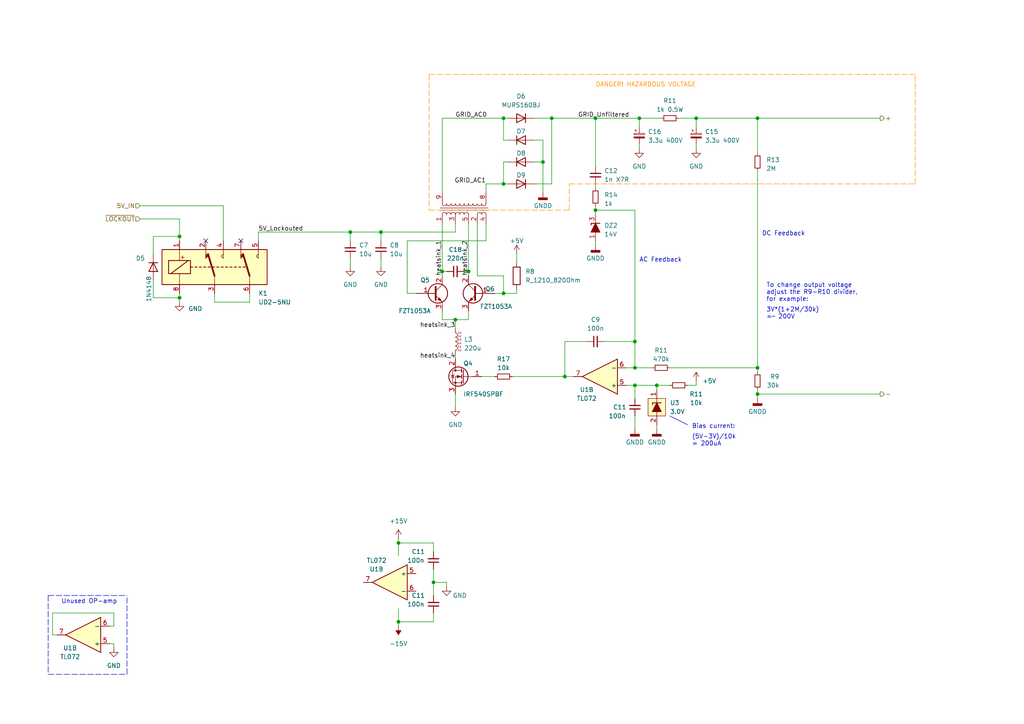
<source format=kicad_sch>
(kicad_sch (version 20230121) (generator eeschema)
  (paper "A4")
  (title_block (title "EuroMeasure Ion Gauge Controller") (date "2024-01-20") (rev "1.1.0"))
  (lib_symbols
    (symbol "Device:C_Small" (pin_numbers hide) (pin_names (offset 0.254) hide)
      (property "Reference" "C" (at 0.254 1.778 0))
      (property "Value" "C_Small" (at 0.254 -2.032 0))
      (symbol "C_Small_0_1"
        (polyline (pts (xy -1.524 -0.508) (xy 1.524 -0.508)) (stroke (width 0.3302)))
        (polyline (pts (xy -1.524 0.508) (xy 1.524 0.508)) (stroke (width 0.3048)))
      )
      (symbol "C_Small_1_1"
        (pin passive line (at 0 2.54 270) (length 2.032) (name "~") (number "1"))
        (pin passive line (at 0 -2.54 90) (length 2.032) (name "~") (number "2"))
      )
    )
    (symbol "Device:Q_NPN_BCE" (pin_names (offset 0) hide)
      (property "Reference" "Q" (at 5.08 1.27 0))
      (property "Value" "Q_NPN_BCE" (at 5.08 -1.27 0))
      (symbol "Q_NPN_BCE_0_1"
        (polyline (pts (xy 0.635 0.635) (xy 2.54 2.54)))
        (polyline (pts (xy 0.635 -0.635) (xy 2.54 -2.54) (xy 2.54 -2.54)))
        (polyline (pts (xy 0.635 1.905) (xy 0.635 -1.905) (xy 0.635 -1.905)) (stroke (width 0.508)))
        (polyline (pts (xy 1.27 -1.778) (xy 1.778 -1.27) (xy 2.286 -2.286) (xy 1.27 -1.778) (xy 1.27 -1.778)) (fill (type outline)))
        (circle (center 1.27 0) (radius 2.8194) (stroke (width 0.254)))
      )
      (symbol "Q_NPN_BCE_1_1"
        (pin input line (at -5.08 0 0) (length 5.715) (name "B") (number "1"))
        (pin passive line (at 2.54 5.08 270) (length 2.54) (name "C") (number "2"))
        (pin passive line (at 2.54 -5.08 90) (length 2.54) (name "E") (number "3"))
      )
    )
    (symbol "Device:R_Small" (pin_numbers hide) (pin_names (offset 0.254) hide)
      (property "Reference" "R" (at 0.762 0.508 0))
      (property "Value" "R_Small" (at 0.762 -1.016 0))
      (symbol "R_Small_0_1"
        (rectangle (start -0.762 1.778) (end 0.762 -1.778) (stroke (width 0.2032)))
      )
      (symbol "R_Small_1_1"
        (pin passive line (at 0 2.54 270) (length 0.762) (name "~") (number "1"))
        (pin passive line (at 0 -2.54 90) (length 0.762) (name "~") (number "2"))
      )
    )
    (symbol "MEMS_Discrete-semiconductor:D_1N4148WS-SOD323" (pin_numbers hide) (pin_names (offset 1.016) hide)
      (property "Reference" "D" (at 0 2.54 0))
      (property "Value" "1N4148" (at 0 -2.54 0))
      (symbol "D_1N4148WS-SOD323_0_1"
        (polyline (pts (xy -1.27 1.27) (xy -1.27 -1.27)) (stroke (width 0.254)))
        (polyline (pts (xy 1.27 0) (xy -1.27 0)))
        (polyline (pts (xy 1.27 1.27) (xy 1.27 -1.27) (xy -1.27 0) (xy 1.27 1.27)) (stroke (width 0.254)))
      )
      (symbol "D_1N4148WS-SOD323_1_1"
        (pin passive line (at -3.81 0 0) (length 2.54) (name "K") (number "1"))
        (pin passive line (at 3.81 0 180) (length 2.54) (name "A") (number "2"))
      )
    )
    (symbol "MEMS_Discrete-semiconductor:D_MURS160-13-F" (pin_numbers hide) (pin_names (offset 1.016) hide)
      (property "Reference" "D1" (at 0 5.08 0))
      (property "Value" "D_MURS160BJ" (at 0 2.54 0))
      (symbol "D_MURS160-13-F_0_1"
        (polyline (pts (xy -1.27 1.27) (xy -1.27 -1.27)) (stroke (width 0.254)))
        (polyline (pts (xy 1.27 0) (xy -1.27 0)))
        (polyline (pts (xy 1.27 1.27) (xy 1.27 -1.27) (xy -1.27 0) (xy 1.27 1.27)) (stroke (width 0.254)))
      )
      (symbol "D_MURS160-13-F_1_1"
        (pin passive line (at -3.81 0 0) (length 2.54) (name "K") (number "1"))
        (pin passive line (at 3.81 0 180) (length 2.54) (name "A") (number "2"))
      )
    )
    (symbol "MEMS_Discrete-semiconductor:D_Zener_14V_MMBZ5244BLT1G_SOT23" (pin_names (offset 1.016) hide)
      (property "Reference" "DZ" (at 0 5.08 0))
      (property "Value" "14V" (at 0 2.54 0))
      (symbol "D_Zener_14V_MMBZ5244BLT1G_SOT23_0_1"
        (polyline (pts (xy -1.27 0) (xy 1.27 0)))
        (polyline (pts (xy 1.27 -1.27) (xy 1.27 1.27)) (stroke (width 0.254)))
        (polyline (pts (xy 1.27 1.27) (xy 0.762 1.27)) (stroke (width 0.254)))
        (polyline (pts (xy -1.27 1.27) (xy -1.27 -1.27) (xy 1.27 0) (xy -1.27 1.27)) (stroke (width 0.254)) (fill (type outline)))
      )
      (symbol "D_Zener_14V_MMBZ5244BLT1G_SOT23_1_1"
        (pin passive line (at -3.81 0 0) (length 2.54) (name "A") (number "1"))
        (pin passive line (at -3.81 0 0) (length 2.54) hide (name "A") (number "2"))
        (pin passive line (at 3.81 0 180) (length 2.54) (name "K") (number "3"))
      )
    )
    (symbol "MEMS_Discrete-semiconductor:Q_IRF540SP" (pin_names hide)
      (property "Reference" "Q6" (at -6.35 0.635 0))
      (property "Value" "IRF540SPBF" (at -12.065 -3.175 0))
      (symbol "Q_IRF540SP_0_1"
        (polyline (pts (xy 0.254 0) (xy -2.54 0)))
        (polyline (pts (xy 0.254 1.905) (xy 0.254 -1.905)) (stroke (width 0.254)))
        (polyline (pts (xy 0.762 -1.27) (xy 0.762 -2.286)) (stroke (width 0.254)))
        (polyline (pts (xy 0.762 0.508) (xy 0.762 -0.508)) (stroke (width 0.254)))
        (polyline (pts (xy 0.762 2.286) (xy 0.762 1.27)) (stroke (width 0.254)))
        (polyline (pts (xy 2.54 2.54) (xy 2.54 1.778)))
        (polyline (pts (xy 2.54 -2.54) (xy 2.54 0) (xy 0.762 0)))
        (polyline (pts (xy 0.762 -1.778) (xy 3.302 -1.778) (xy 3.302 1.778) (xy 0.762 1.778)))
        (polyline (pts (xy 1.016 0) (xy 2.032 0.381) (xy 2.032 -0.381) (xy 1.016 0)) (fill (type outline)))
        (polyline (pts (xy 2.794 0.508) (xy 2.921 0.381) (xy 3.683 0.381) (xy 3.81 0.254)))
        (polyline (pts (xy 3.302 0.381) (xy 2.921 -0.254) (xy 3.683 -0.254) (xy 3.302 0.381)))
        (circle (center 1.651 0) (radius 2.794) (stroke (width 0.254)))
        (circle (center 2.54 -1.778) (radius 0.254) (fill (type outline)))
        (circle (center 2.54 1.778) (radius 0.254) (fill (type outline)))
      )
      (symbol "Q_IRF540SP_1_1"
        (pin input line (at -5.08 0 0) (length 2.54) (name "G") (number "1"))
        (pin passive line (at 2.54 5.08 270) (length 2.54) (name "D") (number "2"))
        (pin passive line (at 2.54 -5.08 90) (length 2.54) (name "S") (number "3"))
      )
    )
    (symbol "MEMS_Electromechanical:UD2-5NU_relay_smd"
      (property "Reference" "K" (at 15.24 8.89 0))
      (property "Value" "UD2-5NU" (at 19.05 6.35 0))
      (symbol "UD2-5NU_relay_smd_1_1"
        (rectangle (start -15.24 5.08) (end 15.24 -5.08) (stroke (width 0.254)) (fill (type background)))
        (rectangle (start -13.335 1.905) (end -6.985 -1.905) (stroke (width 0.254)))
        (polyline (pts (xy -12.7 -1.905) (xy -7.62 1.905)) (stroke (width 0.254)))
        (polyline (pts (xy -10.16 -5.08) (xy -10.16 -1.905)))
        (polyline (pts (xy -10.16 5.08) (xy -10.16 1.905)))
        (polyline (pts (xy -6.985 0) (xy -6.35 0)) (stroke (width 0.254)))
        (polyline (pts (xy -5.715 0) (xy -5.08 0)) (stroke (width 0.254)))
        (polyline (pts (xy -4.445 0) (xy -3.81 0)) (stroke (width 0.254)))
        (polyline (pts (xy -3.175 0) (xy -2.54 0)) (stroke (width 0.254)))
        (polyline (pts (xy -1.905 0) (xy -1.27 0)) (stroke (width 0.254)))
        (polyline (pts (xy -0.635 0) (xy 0 0)) (stroke (width 0.254)))
        (polyline (pts (xy 0 -2.54) (xy -1.905 3.81)) (stroke (width 0.508)))
        (polyline (pts (xy 0 -2.54) (xy 0 -5.08)))
        (polyline (pts (xy 0.635 0) (xy 1.27 0)) (stroke (width 0.254)))
        (polyline (pts (xy 1.905 0) (xy 2.54 0)) (stroke (width 0.254)))
        (polyline (pts (xy 3.175 0) (xy 3.81 0)) (stroke (width 0.254)))
        (polyline (pts (xy 4.445 0) (xy 5.08 0)) (stroke (width 0.254)))
        (polyline (pts (xy 5.715 0) (xy 6.35 0)) (stroke (width 0.254)))
        (polyline (pts (xy 6.985 0) (xy 7.62 0)) (stroke (width 0.254)))
        (polyline (pts (xy 8.255 0) (xy 8.89 0)) (stroke (width 0.254)))
        (polyline (pts (xy 10.16 -2.54) (xy 8.255 3.81)) (stroke (width 0.508)))
        (polyline (pts (xy 10.16 -2.54) (xy 10.16 -5.08)))
        (polyline (pts (xy -2.54 5.08) (xy -2.54 2.54) (xy -1.905 3.175) (xy -2.54 3.81)) (fill (type outline)))
        (polyline (pts (xy 2.54 5.08) (xy 2.54 2.54) (xy 1.905 3.175) (xy 2.54 3.81)))
        (polyline (pts (xy 7.62 5.08) (xy 7.62 2.54) (xy 8.255 3.175) (xy 7.62 3.81)) (fill (type outline)))
        (polyline (pts (xy 12.7 5.08) (xy 12.7 2.54) (xy 12.065 3.175) (xy 12.7 3.81)))
        (text "+" (at -9.271 2.921 0) (effects (font (size 1.27 1.27))))
        (pin passive line (at -10.16 7.62 270) (length 2.54) (name "~") (number "1"))
        (pin passive line (at -2.54 7.62 270) (length 2.54) (name "~") (number "2"))
        (pin passive line (at 0 -7.62 90) (length 2.54) (name "~") (number "3"))
        (pin passive line (at 2.54 7.62 270) (length 2.54) (name "~") (number "4"))
        (pin passive line (at 12.7 7.62 270) (length 2.54) (name "~") (number "5"))
        (pin passive line (at 10.16 -7.62 90) (length 2.54) (name "~") (number "6"))
        (pin passive line (at 7.62 7.62 270) (length 2.54) (name "~") (number "7"))
        (pin passive line (at -10.16 -7.62 90) (length 2.54) (name "~") (number "8"))
      )
    )
    (symbol "MEMS_IC:LM4040-3.0" (pin_names (offset 1.016) hide)
      (property "Reference" "U" (at -5.08 5.08 0))
      (property "Value" "3.0V" (at 2.54 5.08 0))
      (symbol "LM4040-3.0_0_1"
        (polyline (pts (xy -1.27 2.54) (xy -1.27 2.032)) (stroke (width 0.254)))
        (polyline (pts (xy 0 0) (xy 0 2.54)))
        (polyline (pts (xy 1.27 2.54) (xy -1.27 2.54)) (stroke (width 0.254)))
        (polyline (pts (xy -1.27 0) (xy 1.27 0) (xy 0 2.54) (xy -1.27 0)) (stroke (width 0.254)) (fill (type outline)))
      )
      (symbol "LM4040-3.0_1_1"
        (rectangle (start -2.54 3.81) (end 2.54 -1.27) (fill (type background)))
        (polyline (pts (xy 0 -1.27) (xy 0 0)))
        (polyline (pts (xy 0 3.81) (xy 0 2.54)))
        (pin passive line (at 0 6.35 270) (length 2.54) (name "K") (number "1"))
        (pin passive line (at 0 -3.81 90) (length 2.54) (name "A") (number "2"))
        (pin no_connect line (at 2.54 -1.27 180) (length 2.54) hide (name "") (number "3"))
      )
    )
    (symbol "MEMS_IC:TL082IDRQ1" (pin_names (offset 0.127))
      (property "Reference" "U" (at 0 5.08 0))
      (property "Value" "TL082" (at 0 -5.08 0))
      (symbol "TL082IDRQ1_1_1"
        (polyline (pts (xy -5.08 5.08) (xy 5.08 0) (xy -5.08 -5.08) (xy -5.08 5.08)) (stroke (width 0.254)) (fill (type background)))
        (pin output line (at 7.62 0 180) (length 2.54) (name "~") (number "1"))
        (pin input line (at -7.62 -2.54 0) (length 2.54) (name "-") (number "2"))
        (pin input line (at -7.62 2.54 0) (length 2.54) (name "+") (number "3"))
      )
      (symbol "TL082IDRQ1_2_1"
        (polyline (pts (xy -5.08 5.08) (xy 5.08 0) (xy -5.08 -5.08) (xy -5.08 5.08)) (stroke (width 0.254)) (fill (type background)))
        (pin input line (at -7.62 2.54 0) (length 2.54) (name "+") (number "5"))
        (pin input line (at -7.62 -2.54 0) (length 2.54) (name "-") (number "6"))
        (pin output line (at 7.62 0 180) (length 2.54) (name "~") (number "7"))
      )
      (symbol "TL082IDRQ1_3_1"
        (pin power_in line (at -2.54 -7.62 90) (length 3.81) (name "V-") (number "4"))
        (pin power_in line (at -2.54 7.62 270) (length 3.81) (name "V+") (number "8"))
      )
    )
    (symbol "MEMS_Passive:C_1210_1nF_1000V_X7R" (pin_numbers hide) (pin_names (offset 0.254))
      (property "Reference" "C" (at 0.635 2.54 0))
      (property "Value" "1n X7R" (at 0.635 -2.54 0))
      (symbol "C_1210_1nF_1000V_X7R_0_1"
        (polyline (pts (xy -1.524 -0.508) (xy 1.524 -0.508)) (stroke (width 0.3302)))
        (polyline (pts (xy -1.524 0.508) (xy 1.524 0.508)) (stroke (width 0.3048)))
      )
      (symbol "C_1210_1nF_1000V_X7R_1_1"
        (pin passive line (at 0 2.54 270) (length 2.032) (name "~") (number "1"))
        (pin passive line (at 0 -2.54 90) (length 2.032) (name "~") (number "2"))
      )
    )
    (symbol "MEMS_Passive:C_3.3u_400V_elec" (pin_numbers hide) (pin_names (offset 0.254) hide)
      (property "Reference" "C10" (at 2.54 1.1811 0))
      (property "Value" "3.3V 400V" (at 2.54 -1.3589 0))
      (symbol "C_3.3u_400V_elec_0_1"
        (rectangle (start -1.524 -0.3048) (end 1.524 -0.6858) (fill (type outline)))
        (rectangle (start -1.524 0.6858) (end 1.524 0.3048))
        (polyline (pts (xy -1.27 1.524) (xy -0.762 1.524)))
        (polyline (pts (xy -1.016 1.27) (xy -1.016 1.778)))
      )
      (symbol "C_3.3u_400V_elec_1_1"
        (pin passive line (at 0 2.54 270) (length 1.8542) (name "~") (number "1"))
        (pin passive line (at 0 -2.54 90) (length 1.8542) (name "~") (number "2"))
      )
    )
    (symbol "MEMS_Passive:L_220u_10x10" (pin_numbers hide) (pin_names (offset 1.016) hide)
      (property "Reference" "L" (at -1.27 0 90))
      (property "Value" "220u" (at 2.794 0 90))
      (symbol "L_220u_10x10_0_1"
        (arc (start 0 -2.54) (mid 0.6323 -1.905) (end 0 -1.27))
        (arc (start 0 -1.27) (mid 0.6323 -0.635) (end 0 0))
        (polyline (pts (xy 1.016 -2.794) (xy 1.016 -2.286)))
        (polyline (pts (xy 1.016 -1.778) (xy 1.016 -1.27)))
        (polyline (pts (xy 1.016 -0.762) (xy 1.016 -0.254)))
        (polyline (pts (xy 1.016 0.254) (xy 1.016 0.762)))
        (polyline (pts (xy 1.016 1.27) (xy 1.016 1.778)))
        (polyline (pts (xy 1.016 2.286) (xy 1.016 2.794)))
        (polyline (pts (xy 1.524 -2.286) (xy 1.524 -2.794)))
        (polyline (pts (xy 1.524 -1.27) (xy 1.524 -1.778)))
        (polyline (pts (xy 1.524 -0.254) (xy 1.524 -0.762)))
        (polyline (pts (xy 1.524 0.762) (xy 1.524 0.254)))
        (polyline (pts (xy 1.524 1.778) (xy 1.524 1.27)))
        (polyline (pts (xy 1.524 2.794) (xy 1.524 2.286)))
        (arc (start 0 0) (mid 0.6323 0.635) (end 0 1.27))
        (arc (start 0 1.27) (mid 0.6323 1.905) (end 0 2.54))
      )
      (symbol "L_220u_10x10_1_1"
        (pin passive line (at 0 3.81 270) (length 1.27) (name "1") (number "1"))
        (pin passive line (at 0 -3.81 90) (length 1.27) (name "2") (number "2"))
      )
    )
    (symbol "MEMS_Passive:R_1210_1k_5%" (pin_numbers hide) (pin_names (offset 0))
      (property "Reference" "R" (at 4.445 0 90))
      (property "Value" "1k 0.5W" (at 2.54 0 90))
      (symbol "R_1210_1k_5%_0_1"
        (rectangle (start -0.762 1.778) (end 0.762 -1.778) (stroke (width 0.2032)))
      )
      (symbol "R_1210_1k_5%_1_1"
        (pin passive line (at 0 2.54 270) (length 0.762) (name "~") (number "1"))
        (pin passive line (at 0 -2.54 90) (length 0.762) (name "~") (number "2"))
      )
    )
    (symbol "MEMS_Passive:R_1210_820Ohm" (pin_numbers hide) (pin_names (offset 0))
      (property "Reference" "R" (at 0 2.032 0))
      (property "Value" "R_1210_820Ohm" (at -0.635 -2.54 0))
      (symbol "R_1210_820Ohm_0_1"
        (rectangle (start 2.54 -1.016) (end -2.54 1.016) (stroke (width 0.254)))
      )
      (symbol "R_1210_820Ohm_1_1"
        (pin passive line (at -3.81 0 0) (length 1.27) (name "~") (number "1"))
        (pin passive line (at 3.81 0 180) (length 1.27) (name "~") (number "2"))
      )
    )
    (symbol "MEMS_Passive:T_FL2015-4L"
      (property "Reference" "FL2015-4L" (at 4.445 -15.24 0))
      (symbol "T_FL2015-4L_0_1"
        (polyline (pts (xy 3.81 0.635) (xy 3.81 -13.335)))
        (polyline (pts (xy 4.445 0.635) (xy 4.445 -13.335)))
        (polyline (pts (xy 6.35 -12.7) (xy 5.715 -12.7)))
        (polyline (pts (xy 6.35 0) (xy 5.715 0)))
        (arc (start 2.5652 -12.7) (mid 3.1891 -12.065) (end 2.5652 -11.43))
        (arc (start 2.5652 -11.43) (mid 3.1755 -10.795) (end 2.5652 -10.16))
        (arc (start 2.5652 -7.62) (mid 3.1891 -6.985) (end 2.5652 -6.35))
        (arc (start 2.5652 -6.35) (mid 3.1891 -5.715) (end 2.5652 -5.08))
        (arc (start 2.5652 -5.08) (mid 3.1755 -4.445) (end 2.5652 -3.81))
        (arc (start 2.5652 -3.81) (mid 3.1891 -3.175) (end 2.5652 -2.54))
        (arc (start 2.5652 -2.54) (mid 3.1891 -1.905) (end 2.5652 -1.27))
        (arc (start 2.5652 -1.27) (mid 3.1755 -0.635) (end 2.5652 0))
        (arc (start 5.6898 -6.35) (mid 5.0659 -6.985) (end 5.6898 -7.62))
        (arc (start 5.6898 -5.08) (mid 5.0659 -5.715) (end 5.6898 -6.35))
        (arc (start 5.6898 -3.81) (mid 5.0795 -4.445) (end 5.6898 -5.08))
        (arc (start 5.6898 -2.54) (mid 5.0659 -3.175) (end 5.6898 -3.81))
        (arc (start 5.6898 -1.27) (mid 5.0659 -1.905) (end 5.6898 -2.54))
        (arc (start 5.6898 0) (mid 5.0795 -0.635) (end 5.6898 -1.27))
        (arc (start 5.7038 -11.43) (mid 5.0799 -12.065) (end 5.7038 -12.7))
        (arc (start 5.7038 -10.16) (mid 5.0799 -10.795) (end 5.7038 -11.43))
        (arc (start 5.7038 -8.89) (mid 5.0799 -9.525) (end 5.7038 -10.16))
        (arc (start 5.7038 -7.62) (mid 5.0935 -8.255) (end 5.7038 -8.89))
      )
      (symbol "T_FL2015-4L_1_1"
        (pin passive line (at 0 0 0) (length 2.54) (name "") (number "1"))
        (pin passive line (at 0 -10.16 0) (length 2.54) (name "") (number "2"))
        (pin passive line (at 0 -3.81 0) (length 2.54) (name "") (number "3"))
        (pin passive line (at 0 -12.7 0) (length 2.54) (name "") (number "4"))
        (pin passive line (at 0 -7.62 0) (length 2.54) (name "") (number "5"))
        (pin passive line (at 8.89 -12.7 180) (length 2.54) (name "") (number "8"))
        (pin passive line (at 8.89 0 180) (length 2.54) (name "") (number "9"))
      )
    )
    (symbol "power:+15V" (power) (pin_names (offset 0))
      (property "Value" "+15V" (at 0 3.556 0))
      (symbol "+15V_0_1"
        (polyline (pts (xy -0.762 1.27) (xy 0 2.54)))
        (polyline (pts (xy 0 0) (xy 0 2.54)))
        (polyline (pts (xy 0 2.54) (xy 0.762 1.27)))
      )
      (symbol "+15V_1_1"
        (pin power_in line (at 0 0 90) (length 0) hide (name "+15V") (number "1"))
      )
    )
    (symbol "power:+5V" (power) (pin_names (offset 0))
      (property "Value" "+5V" (at 0 3.556 0))
      (symbol "+5V_0_1"
        (polyline (pts (xy -0.762 1.27) (xy 0 2.54)))
        (polyline (pts (xy 0 0) (xy 0 2.54)))
        (polyline (pts (xy 0 2.54) (xy 0.762 1.27)))
      )
      (symbol "+5V_1_1"
        (pin power_in line (at 0 0 90) (length 0) hide (name "+5V") (number "1"))
      )
    )
    (symbol "power:-15V" (power) (pin_names (offset 0))
      (property "Value" "-15V" (at 0 3.81 0))
      (symbol "-15V_0_0"
        (pin power_in line (at 0 0 90) (length 0) hide (name "-15V") (number "1"))
      )
      (symbol "-15V_0_1"
        (polyline (pts (xy 0 0) (xy 0 1.27) (xy 0.762 1.27) (xy 0 2.54) (xy -0.762 1.27) (xy 0 1.27)) (fill (type outline)))
      )
    )
    (symbol "power:GND" (power) (pin_names (offset 0))
      (property "Value" "GND" (at 0 -3.81 0))
      (symbol "GND_0_1"
        (polyline (pts (xy 0 0) (xy 0 -1.27) (xy 1.27 -1.27) (xy 0 -2.54) (xy -1.27 -1.27) (xy 0 -1.27)))
      )
      (symbol "GND_1_1"
        (pin power_in line (at 0 0 270) (length 0) hide (name "GND") (number "1"))
      )
    )
    (symbol "power:GNDD" (power) (pin_names (offset 0))
      (property "Value" "GNDD" (at 0 -3.175 0))
      (symbol "GNDD_0_1"
        (rectangle (start -1.27 -1.524) (end 1.27 -2.032) (stroke (width 0.254)) (fill (type outline)))
        (polyline (pts (xy 0 0) (xy 0 -1.524)))
      )
      (symbol "GNDD_1_1"
        (pin power_in line (at 0 0 270) (length 0) hide (name "GNDD") (number "1"))
      )
    )
  )
  (junction (at 146.05 34.29))
  (junction (at 135.89 78.74))
  (junction (at 146.05 85.09))
  (junction (at 110.49 67.31))
  (junction (at 125.73 168.91))
  (junction (at 115.57 180.34))
  (junction (at 219.71 114.3))
  (junction (at 219.71 106.68))
  (junction (at 219.71 34.29))
  (junction (at 101.6 67.31))
  (junction (at 184.15 106.68))
  (junction (at 115.57 157.48))
  (junction (at 163.83 109.22))
  (junction (at 201.93 34.29))
  (junction (at 172.72 34.29))
  (junction (at 157.48 46.99))
  (junction (at 160.02 34.29))
  (junction (at 172.72 60.96))
  (junction (at 146.05 53.34))
  (junction (at 52.07 68.58))
  (junction (at 132.08 92.71))
  (junction (at 52.07 86.36))
  (junction (at 128.27 78.74))
  (junction (at 184.15 99.06))
  (junction (at 184.15 111.76))
  (junction (at 185.42 34.29))
  (junction (at 190.5 111.76))
  (no_connect (at 59.69 69.85))
  (no_connect (at 69.85 69.85))
  (wire (pts (xy 118.11 69.85) (xy 118.11 85.09)))
  (wire (pts (xy 52.07 68.58) (xy 44.45 68.58)))
  (polyline (pts (xy 124.46 21.59) (xy 124.46 60.96)) (stroke (width 0) (type dash) (color 255 145 0 1)))
  (wire (pts (xy 135.89 92.71) (xy 135.89 90.17)))
  (wire (pts (xy 201.93 34.29) (xy 201.93 36.83)))
  (wire (pts (xy 184.15 106.68) (xy 181.61 106.68)))
  (wire (pts (xy 16.51 184.15) (xy 15.24 184.15)))
  (wire (pts (xy 181.61 111.76) (xy 184.15 111.76)))
  (wire (pts (xy 139.7 109.22) (xy 143.51 109.22)))
  (wire (pts (xy 128.27 55.88) (xy 128.27 34.29)))
  (wire (pts (xy 160.02 34.29) (xy 160.02 53.34)))
  (wire (pts (xy 135.89 64.77) (xy 135.89 78.74)))
  (wire (pts (xy 194.31 106.68) (xy 219.71 106.68)))
  (polyline (pts (xy 36.83 195.58) (xy 36.83 172.72)) (stroke (width 0) (type dash)))
  (wire (pts (xy 132.08 92.71) (xy 135.89 92.71)))
  (wire (pts (xy 33.02 181.61) (xy 31.75 181.61)))
  (wire (pts (xy 172.72 69.85) (xy 172.72 71.12)))
  (polyline (pts (xy 124.46 21.59) (xy 265.43 21.59)) (stroke (width 0) (type dash) (color 255 145 0 1)))
  (wire (pts (xy 219.71 113.03) (xy 219.71 114.3)))
  (wire (pts (xy 62.23 87.63) (xy 72.39 87.63)))
  (wire (pts (xy 154.94 34.29) (xy 160.02 34.29)))
  (wire (pts (xy 190.5 111.76) (xy 194.31 111.76)))
  (wire (pts (xy 140.97 69.85) (xy 118.11 69.85)))
  (wire (pts (xy 199.39 111.76) (xy 201.93 111.76)))
  (wire (pts (xy 33.02 186.69) (xy 31.75 186.69)))
  (wire (pts (xy 132.08 92.71) (xy 132.08 95.25)))
  (polyline (pts (xy 124.46 60.96) (xy 165.1 60.96)) (stroke (width 0) (type dash) (color 255 145 0 1)))
  (wire (pts (xy 219.71 34.29) (xy 255.27 34.29)))
  (wire (pts (xy 52.07 87.63) (xy 52.07 86.36)))
  (wire (pts (xy 125.73 177.8) (xy 125.73 180.34)))
  (wire (pts (xy 196.85 34.29) (xy 201.93 34.29)))
  (wire (pts (xy 140.97 55.88) (xy 140.97 53.34)))
  (wire (pts (xy 184.15 99.06) (xy 184.15 106.68)))
  (wire (pts (xy 129.54 168.91) (xy 129.54 170.18)))
  (wire (pts (xy 62.23 87.63) (xy 62.23 85.09)))
  (wire (pts (xy 44.45 68.58) (xy 44.45 73.66)))
  (wire (pts (xy 138.43 64.77) (xy 138.43 80.01)))
  (wire (pts (xy 190.5 123.19) (xy 190.5 124.46)))
  (wire (pts (xy 172.72 59.69) (xy 172.72 60.96)))
  (wire (pts (xy 146.05 46.99) (xy 146.05 53.34)))
  (wire (pts (xy 128.27 64.77) (xy 128.27 78.74)))
  (wire (pts (xy 128.27 78.74) (xy 128.27 80.01)))
  (wire (pts (xy 147.32 40.64) (xy 146.05 40.64)))
  (polyline (pts (xy 194.31 120.65) (xy 199.39 123.19)))
  (polyline (pts (xy 165.1 53.34) (xy 265.43 53.34)) (stroke (width 0) (type dash) (color 255 145 0 1)))
  (wire (pts (xy 147.32 46.99) (xy 146.05 46.99)))
  (wire (pts (xy 154.94 46.99) (xy 157.48 46.99)))
  (wire (pts (xy 148.59 109.22) (xy 163.83 109.22)))
  (wire (pts (xy 72.39 85.09) (xy 72.39 87.63)))
  (wire (pts (xy 146.05 80.01) (xy 146.05 85.09)))
  (wire (pts (xy 64.77 59.69) (xy 64.77 69.85)))
  (wire (pts (xy 157.48 46.99) (xy 157.48 40.64)))
  (polyline (pts (xy 13.97 172.72) (xy 36.83 172.72)) (stroke (width 0) (type dash)))
  (wire (pts (xy 33.02 177.8) (xy 33.02 181.61)))
  (wire (pts (xy 115.57 180.34) (xy 125.73 180.34)))
  (wire (pts (xy 115.57 157.48) (xy 115.57 161.29)))
  (wire (pts (xy 154.94 40.64) (xy 157.48 40.64)))
  (wire (pts (xy 201.93 34.29) (xy 219.71 34.29)))
  (wire (pts (xy 125.73 165.1) (xy 125.73 168.91)))
  (wire (pts (xy 172.72 34.29) (xy 172.72 48.26)))
  (wire (pts (xy 15.24 184.15) (xy 15.24 177.8)))
  (wire (pts (xy 110.49 67.31) (xy 132.08 67.31)))
  (wire (pts (xy 175.26 99.06) (xy 184.15 99.06)))
  (wire (pts (xy 135.89 78.74) (xy 135.89 80.01)))
  (wire (pts (xy 201.93 43.18) (xy 201.93 41.91)))
  (wire (pts (xy 74.93 67.31) (xy 101.6 67.31)))
  (wire (pts (xy 128.27 78.74) (xy 129.54 78.74)))
  (wire (pts (xy 132.08 64.77) (xy 132.08 67.31)))
  (wire (pts (xy 115.57 176.53) (xy 115.57 180.34)))
  (wire (pts (xy 140.97 64.77) (xy 140.97 69.85)))
  (wire (pts (xy 132.08 114.3) (xy 132.08 118.11)))
  (wire (pts (xy 134.62 78.74) (xy 135.89 78.74)))
  (wire (pts (xy 163.83 99.06) (xy 170.18 99.06)))
  (wire (pts (xy 15.24 177.8) (xy 33.02 177.8)))
  (wire (pts (xy 185.42 34.29) (xy 191.77 34.29)))
  (wire (pts (xy 101.6 77.47) (xy 101.6 74.93)))
  (wire (pts (xy 33.02 187.96) (xy 33.02 186.69)))
  (polyline (pts (xy 265.43 53.34) (xy 265.43 21.59)) (stroke (width 0) (type dash) (color 255 145 0 1)))
  (wire (pts (xy 190.5 111.76) (xy 190.5 113.03)))
  (wire (pts (xy 115.57 156.21) (xy 115.57 157.48)))
  (wire (pts (xy 146.05 34.29) (xy 147.32 34.29)))
  (wire (pts (xy 219.71 114.3) (xy 255.27 114.3)))
  (wire (pts (xy 149.86 83.82) (xy 149.86 85.09)))
  (wire (pts (xy 52.07 68.58) (xy 52.07 69.85)))
  (wire (pts (xy 115.57 180.34) (xy 115.57 181.61)))
  (wire (pts (xy 172.72 53.34) (xy 172.72 54.61)))
  (wire (pts (xy 157.48 46.99) (xy 157.48 55.88)))
  (wire (pts (xy 128.27 34.29) (xy 146.05 34.29)))
  (wire (pts (xy 146.05 40.64) (xy 146.05 34.29)))
  (wire (pts (xy 40.64 59.69) (xy 64.77 59.69)))
  (wire (pts (xy 184.15 120.65) (xy 184.15 124.46)))
  (wire (pts (xy 146.05 85.09) (xy 143.51 85.09)))
  (wire (pts (xy 219.71 34.29) (xy 219.71 44.45)))
  (wire (pts (xy 219.71 49.53) (xy 219.71 106.68)))
  (wire (pts (xy 52.07 86.36) (xy 44.45 86.36)))
  (polyline (pts (xy 13.97 195.58) (xy 36.83 195.58)) (stroke (width 0) (type dash)))
  (wire (pts (xy 149.86 73.66) (xy 149.86 76.2)))
  (wire (pts (xy 125.73 157.48) (xy 125.73 160.02)))
  (wire (pts (xy 128.27 90.17) (xy 128.27 92.71)))
  (wire (pts (xy 160.02 53.34) (xy 154.94 53.34)))
  (wire (pts (xy 101.6 67.31) (xy 110.49 67.31)))
  (wire (pts (xy 138.43 80.01) (xy 146.05 80.01)))
  (wire (pts (xy 146.05 53.34) (xy 147.32 53.34)))
  (wire (pts (xy 172.72 34.29) (xy 185.42 34.29)))
  (wire (pts (xy 52.07 86.36) (xy 52.07 85.09)))
  (polyline (pts (xy 13.97 172.72) (xy 13.97 195.58)) (stroke (width 0) (type dash)))
  (wire (pts (xy 185.42 43.18) (xy 185.42 41.91)))
  (wire (pts (xy 160.02 34.29) (xy 172.72 34.29)))
  (wire (pts (xy 110.49 77.47) (xy 110.49 74.93)))
  (wire (pts (xy 219.71 106.68) (xy 219.71 107.95)))
  (wire (pts (xy 219.71 114.3) (xy 219.71 115.57)))
  (wire (pts (xy 146.05 85.09) (xy 149.86 85.09)))
  (wire (pts (xy 125.73 168.91) (xy 129.54 168.91)))
  (wire (pts (xy 201.93 110.49) (xy 201.93 111.76)))
  (wire (pts (xy 184.15 60.96) (xy 184.15 99.06)))
  (wire (pts (xy 185.42 34.29) (xy 185.42 36.83)))
  (wire (pts (xy 172.72 60.96) (xy 172.72 62.23)))
  (wire (pts (xy 128.27 92.71) (xy 132.08 92.71)))
  (wire (pts (xy 184.15 111.76) (xy 190.5 111.76)))
  (wire (pts (xy 74.93 69.85) (xy 74.93 67.31)))
  (wire (pts (xy 140.97 53.34) (xy 146.05 53.34)))
  (wire (pts (xy 132.08 104.14) (xy 132.08 102.87)))
  (wire (pts (xy 110.49 67.31) (xy 110.49 69.85)))
  (wire (pts (xy 184.15 106.68) (xy 189.23 106.68)))
  (wire (pts (xy 125.73 168.91) (xy 125.73 172.72)))
  (wire (pts (xy 184.15 111.76) (xy 184.15 115.57)))
  (wire (pts (xy 118.11 85.09) (xy 120.65 85.09)))
  (wire (pts (xy 125.73 157.48) (xy 115.57 157.48)))
  (wire (pts (xy 40.64 63.5) (xy 52.07 63.5)))
  (wire (pts (xy 101.6 67.31) (xy 101.6 69.85)))
  (wire (pts (xy 44.45 86.36) (xy 44.45 81.28)))
  (wire (pts (xy 163.83 109.22) (xy 166.37 109.22)))
  (polyline (pts (xy 165.1 60.96) (xy 165.1 53.34)) (stroke (width 0) (type dash) (color 255 145 0 1)))
  (wire (pts (xy 52.07 63.5) (xy 52.07 68.58)))
  (wire (pts (xy 163.83 109.22) (xy 163.83 99.06)))
  (wire (pts (xy 172.72 60.96) (xy 184.15 60.96)))
  (text "3V*(1+2M/30k)\n=~ 200V" (at 222.25 92.71 0) (effects (font (size 1.27 1.27)) (justify left bottom)))
  (text "Bias current:" (at 200.66 124.46 0) (effects (font (size 1.27 1.27)) (justify left bottom)))
  (text "Unused OP-amp" (at 17.78 175.26 0) (effects (font (size 1.27 1.27)) (justify left bottom)))
  (text "To change output voltage\nadjust the R9-R10 divider,\nfor example:" (at 222.25 87.63 0) (effects (font (size 1.27 1.27)) (justify left bottom)))
  (text "DC Feedback" (at 220.98 68.58 0) (effects (font (size 1.27 1.27)) (justify left bottom)))
  (text "DANGER! HAZARDOUS VOLTAGE" (at 172.72 25.4 0) (effects (font (size 1.27 1.27)) (justify left bottom)))
  (text "AC Feedback" (at 185.42 76.2 0) (effects (font (size 1.27 1.27)) (justify left bottom)))
  (text "(5V-3V)/10k\n= 200uA" (at 200.66 129.54 0) (effects (font (size 1.27 1.27)) (justify left bottom)))
  (label "heatsink_1" (at 128.27 80.01 90))
  (label "heatsink_2" (at 135.89 80.01 90))
  (label "heatsink_3" (at 132.08 95.25 180))
  (label "GRID_AC0" (at 132.08 34.29 0))
  (label "GRID_Unfiltered" (at 167.64 34.29 0))
  (label "GRID_AC1" (at 140.97 53.34 180))
  (label "5V_Lockouted" (at 74.93 67.31 0))
  (label "heatsink_4" (at 132.08 104.14 180))
  (hierarchical_label "-" (shape output) (at 255.27 114.3 0))
  (hierarchical_label "+" (shape output) (at 255.27 34.29 0))
  (hierarchical_label "5V_IN" (shape input) (at 40.64 59.69 180))
  (hierarchical_label "~{LOCKOUT}" (shape input) (at 40.64 63.5 180))
  (symbol (lib_id "Device:C_Small") (at 184.15 118.11 180) (unit 1)
    (property "Reference" "C11" (at 177.8 118.11 0) (effects (justify right)))
    (property "Value" "100n" (at 176.53 120.65 0) (effects (justify right)))
    (property "Footprint" "Capacitor_SMD:C_0805_2012Metric_Pad1.18x1.45mm_HandSolder" (effects hide))
    (instances (project "EuroMeasure-SYMHV" (path "" (reference "C11") (unit 1))) (project "EuroMeasure-IonGaugeController" (path "" (reference "C14") (unit 1))))
  )
  (symbol (lib_id "Device:R_Small") (at 219.71 110.49 0) (mirror x) (unit 1)
    (property "Reference" "R9" (at 226.06 109.22 0) (effects (justify right)))
    (property "Value" "30k" (at 226.06 111.76 0) (effects (justify right)))
    (property "Footprint" "Resistor_SMD:R_0805_2012Metric_Pad1.20x1.40mm_HandSolder" (effects hide))
    (instances (project "EuroMeasure-SYMHV" (path "" (reference "R9") (unit 1))) (project "EuroMeasure-IonGaugeController" (path "" (reference "R14") (unit 1))))
  )
  (symbol (lib_id "Device:Q_NPN_BCE") (at 125.73 85.09 0) (unit 1)
    (property "Reference" "Q5" (at 121.92 81.28 0) (effects (justify left)))
    (property "Value" "FZT1053A" (at 115.57 90.17 0) (effects (justify left)))
    (property "Footprint" "Package_TO_SOT_SMD:SOT-223-3_TabPin2" (effects hide))
    (property "Mouser" "522-FZT1053ATA" (effects hide))
    (property "MPN" "FZT1053ATA" (effects hide))
    (instances (project "EuroMeasure-SYMHV" (path "" (reference "Q5") (unit 1))) (project "EuroMeasure-IonGaugeController" (path "" (reference "Q1") (unit 1))))
  )
  (symbol (lib_id "Device:R_Small") (at 146.05 109.22 270) (unit 1)
    (property "Reference" "R17" (at 146.05 104.14 90))
    (property "Value" "10k" (at 146.05 106.68 90))
    (property "Footprint" "Resistor_SMD:R_0805_2012Metric_Pad1.20x1.40mm_HandSolder" (effects hide))
    (instances (project "EuroMeasure-SYMHV" (path "" (reference "R17") (unit 1))) (project "EuroMeasure-IonGaugeController" (path "" (reference "R7") (unit 1))))
  )
  (symbol (lib_id "power:GND") (at 201.93 43.18 0) (unit 1)
    (property "Reference" "#PWR012" (effects hide))
    (property "Value" "GND" (at 201.93 48.26 0))
    (instances (project "EuroMeasure-SYMHV" (path "" (reference "#PWR012") (unit 1))) (project "EuroMeasure-IonGaugeController" (path "" (reference "#PWR037") (unit 1))))
  )
  (symbol (lib_id "MEMS_Discrete-semiconductor:D_MURS160-13-F") (at 151.13 40.64 0) (unit 1)
    (property "Reference" "D7" (at 151.13 38.1 0))
    (property "Value" "MURS160BJ" (effects hide))
    (property "Footprint" "Diode_SMD:D_SMB" (effects hide))
    (property "Datasheet" "https://www.mouser.pl/datasheet/2/848/MURS160B-1769792.pdf" (effects hide))
    (property "Sim.Device" "D" (effects hide))
    (property "Sim.Pins" "1=K 2=A" (effects hide))
    (property "MPN" "MURS160-13-F" (effects hide))
    (property "Mouser" "621-MURS160-F" (effects hide))
    (instances (project "EuroMeasure-SYMHV" (path "" (reference "D7") (unit 1))) (project "EuroMeasure-IonGaugeController" (path "" (reference "D5") (unit 1))))
  )
  (symbol (lib_id "Device:C_Small") (at 110.49 72.39 180) (unit 1)
    (property "Reference" "C8" (at 113.03 71.1136 0) (effects (justify right)))
    (property "Value" "10u" (at 113.03 73.6536 0) (effects (justify right)))
    (property "Footprint" "Capacitor_SMD:C_0805_2012Metric_Pad1.18x1.45mm_HandSolder" (effects hide))
  )
  (symbol (lib_id "MEMS_Passive:C_3.3u_400V_elec") (at 185.42 39.37 0) (unit 1)
    (property "Reference" "C16" (at 187.96 38.1889 0) (effects (justify left)))
    (property "Value" "3.3u 400V" (at 187.96 40.7289 0) (effects (justify left)))
    (property "Footprint" "Capacitor_THT:CP_Radial_D10.0mm_P3.50mm" (effects hide))
    (property "Datasheet" "https://www.mouser.pl/datasheet/2/445/860021374006-3099144.pdf" (effects hide))
    (property "MPN" "860021374006 " (effects hide))
    (property "Mouser" "710-860021374006" (effects hide))
    (instances (project "EuroMeasure-SYMHV" (path "" (reference "C16") (unit 1))) (project "EuroMeasure-IonGaugeController" (path "" (reference "C15") (unit 1))))
  )
  (symbol (lib_id "Device:C_Small") (at 125.73 162.56 180) (unit 1)
    (property "Reference" "C11" (at 119.38 160.02 0) (effects (justify right)))
    (property "Value" "100n" (at 118.11 162.56 0) (effects (justify right)))
    (property "Footprint" "Capacitor_SMD:C_0805_2012Metric_Pad1.18x1.45mm_HandSolder" (effects hide))
    (instances (project "EuroMeasure-SYMHV" (path "" (reference "C11") (unit 1))) (project "EuroMeasure-IonGaugeController" (path "" (reference "C9") (unit 1))))
  )
  (symbol (lib_id "power:GNDD") (at 190.5 124.46 0) (unit 1)
    (property "Reference" "#PWR036" (effects hide))
    (property "Value" "GNDD" (at 190.5 128.27 0))
  )
  (symbol (lib_id "Device:R_Small") (at 191.77 106.68 270) (unit 1)
    (property "Reference" "R11" (at 191.77 101.6 90))
    (property "Value" "470k" (at 191.77 104.14 90))
    (property "Footprint" "Resistor_SMD:R_0805_2012Metric_Pad1.20x1.40mm_HandSolder" (effects hide))
    (instances (project "EuroMeasure-SYMHV" (path "" (reference "R11") (unit 1))) (project "EuroMeasure-IonGaugeController" (path "" (reference "R10") (unit 1))))
  )
  (symbol (lib_id "power:-15V") (at 115.57 181.61 180) (unit 1)
    (property "Reference" "#PWR028" (effects hide))
    (property "Value" "-15V" (at 115.57 186.69 0))
  )
  (symbol (lib_id "MEMS_IC:TL082IDRQ1") (at 24.13 184.15 180) (unit 2)
    (property "Reference" "U1" (at 20.32 187.96 0))
    (property "Value" "TL072" (at 20.32 190.5 0))
    (property "Footprint" "Package_SO:SO-8_3.9x4.9mm_P1.27mm" (effects hide))
    (property "Datasheet" "http://www.ti.com/lit/ds/symlink/lm358.pdf" (effects hide))
    (property "Mouser" "595-TL082IDRQ1" (effects hide))
    (property "MPN" "TL082IDRQ1" (effects hide))
    (instances (project "EuroMeasure-SYMHV" (path "" (reference "U1") (unit 2))) (project "EuroMeasure-IonGaugeController" (path "" (reference "U2") (unit 2))))
  )
  (symbol (lib_id "power:GNDD") (at 219.71 115.57 0) (unit 1)
    (property "Reference" "#PWR039" (effects hide))
    (property "Value" "GNDD" (at 219.71 119.38 0))
  )
  (symbol (lib_id "MEMS_Passive:C_1210_1nF_1000V_X7R") (at 172.72 50.8 0) (unit 1)
    (property "Reference" "C12" (at 175.26 49.5363 0) (effects (justify left)))
    (property "Value" "1n X7R" (at 175.26 52.0763 0) (effects (justify left)))
    (property "Footprint" "Capacitor_SMD:C_1210_3225Metric_Pad1.33x2.70mm_HandSolder" (effects hide))
    (property "Datasheet" "https://www.mouser.com/datasheet/2/212/1/KEM_C1025_X7R_HV_FT_CAP_SMD-1102064.pdf" (effects hide))
    (property "MPN" "C1210X102KDRACTU" (effects hide))
    (property "Mouser" "80-C1210X102KDRACTU" (effects hide))
  )
  (symbol (lib_id "power:GND") (at 132.08 118.11 0) (unit 1)
    (property "Reference" "#PWR04" (effects hide))
    (property "Value" "GND" (at 132.08 123.19 0))
    (instances (project "EuroMeasure-SYMHV" (path "" (reference "#PWR04") (unit 1))) (project "EuroMeasure-IonGaugeController" (path "" (reference "#PWR030") (unit 1))))
  )
  (symbol (lib_id "MEMS_Electromechanical:UD2-5NU_relay_smd") (at 62.23 77.47 0) (unit 1)
    (property "Reference" "K1" (at 74.93 85.09 0) (effects (justify left)))
    (property "Value" "UD2-5NU" (at 74.93 87.63 0) (effects (justify left)))
    (property "Footprint" "MEMS_Passive:Relay_DPDT_Kemet_UC2_NU" (effects hide))
    (property "Datasheet" "https://www.mouser.pl/datasheet/2/212/1/KEM_R7005_UC2_UD2-1104541.pdf" (effects hide))
    (property "MPN" "UD2-5NU" (effects hide))
    (property "Mouser" "551-UD2-5NU" (effects hide))
  )
  (symbol (lib_id "MEMS_Discrete-semiconductor:Q_IRF540SP") (at 134.62 109.22 0) (mirror y) (unit 1)
    (property "Reference" "Q4" (at 137.16 105.41 0) (effects (justify left)))
    (property "Value" "IRF540SPBF" (at 146.05 114.3 0) (effects (justify left)))
    (property "Footprint" "Package_TO_SOT_SMD:TO-263-2" (effects hide))
    (property "Datasheet" "https://www.mouser.pl/datasheet/2/427/sihf540s-1761631.pdf" (effects hide))
    (property "MPN" "IRF540SPBF" (effects hide))
    (property "Mouser" "844-IRF540SPBF" (effects hide))
    (instances (project "EuroMeasure-SYMHV" (path "" (reference "Q4") (unit 1))) (project "EuroMeasure-IonGaugeController" (path "" (reference "Q2") (unit 1))))
  )
  (symbol (lib_id "MEMS_Discrete-semiconductor:D_MURS160-13-F") (at 151.13 53.34 180) (unit 1)
    (property "Reference" "D9" (at 151.13 50.8 0))
    (property "Value" "MURS160BJ" (effects hide))
    (property "Footprint" "Diode_SMD:D_SMB" (effects hide))
    (property "Datasheet" "https://www.mouser.pl/datasheet/2/848/MURS160B-1769792.pdf" (effects hide))
    (property "Sim.Device" "D" (effects hide))
    (property "Sim.Pins" "1=K 2=A" (effects hide))
    (property "MPN" "MURS160-13-F" (effects hide))
    (property "Mouser" "621-MURS160-F" (effects hide))
    (instances (project "EuroMeasure-SYMHV" (path "" (reference "D9") (unit 1))) (project "EuroMeasure-IonGaugeController" (path "" (reference "D7") (unit 1))))
  )
  (symbol (lib_id "power:GNDD") (at 184.15 124.46 0) (unit 1)
    (property "Reference" "#PWR034" (effects hide))
    (property "Value" "GNDD" (at 184.15 128.27 0))
  )
  (symbol (lib_id "power:GND") (at 110.49 77.47 0) (unit 1)
    (property "Reference" "#PWR040" (effects hide))
    (property "Value" "GND" (at 110.49 82.55 0))
    (instances (project "EuroMeasure-SYMHV" (path "" (reference "#PWR040") (unit 1))) (project "EuroMeasure-IonGaugeController" (path "" (reference "#PWR026") (unit 1))) (project "EuroMeasure-RFPA" (path "" (reference "#PWR016") (unit 1))))
  )
  (symbol (lib_id "Device:C_Small") (at 172.72 99.06 90) (unit 1)
    (property "Reference" "C9" (at 172.72 92.71 90))
    (property "Value" "100n" (at 172.72 95.25 90))
    (property "Footprint" "Capacitor_SMD:C_0805_2012Metric_Pad1.18x1.45mm_HandSolder" (effects hide))
    (instances (project "EuroMeasure-SYMHV" (path "" (reference "C9") (unit 1))) (project "EuroMeasure-IonGaugeController" (path "" (reference "C13") (unit 1))))
  )
  (symbol (lib_id "MEMS_IC:LM4040-3.0") (at 190.5 119.38 0) (unit 1)
    (property "Reference" "U3" (at 194.31 116.84 0) (effects (justify left)))
    (property "Value" "3.0V" (at 194.31 119.38 0) (effects (justify left)))
    (property "Footprint" "Package_TO_SOT_SMD:SOT-23" (effects hide))
    (property "Datasheet" "https://www.ti.com/lit/ds/symlink/lm4040-n-q1.pdf?HQS=dis-mous-null-mousermode-dsf-pf-null-wwe&ts=1699094663900&ref_url=https%253A%252F%252Fwww.mouser.com%252F" (effects hide))
    (property "Mouser" "926-LM4040EIM3X30NPB" (effects hide))
    (property "MPN" "LM4040EIM3X30NPB" (effects hide))
  )
  (symbol (lib_id "Device:C_Small") (at 101.6 72.39 180) (unit 1)
    (property "Reference" "C7" (at 104.14 71.1136 0) (effects (justify right)))
    (property "Value" "10u" (at 104.14 73.6536 0) (effects (justify right)))
    (property "Footprint" "Capacitor_SMD:C_0805_2012Metric_Pad1.18x1.45mm_HandSolder" (effects hide))
  )
  (symbol (lib_id "MEMS_Discrete-semiconductor:D_1N4148WS-SOD323") (at 44.45 77.47 270) (unit 1)
    (property "Reference" "D5" (at 39.37 74.93 90) (effects (justify left)))
    (property "Value" "1N4148" (at 43.18 80.01 0) (effects (justify left)))
    (property "Footprint" "Diode_SMD:D_SOD-323F" (effects hide))
    (property "Datasheet" "https://www.mouser.com/datasheet/2/308/1/1N4148WS_D-3006419.pdf" (effects hide))
    (property "Sim.Device" "D" (effects hide))
    (property "Sim.Pins" "1=K 2=A" (effects hide))
    (property "Mouser" "512-1N4148WS" (effects hide))
    (property "MPN" "1N4148WS" (effects hide))
    (instances (project "EuroMeasure-SYMHV" (path "" (reference "D5") (unit 1))) (project "EuroMeasure-IonGaugeController" (path "" (reference "D3") (unit 1))))
  )
  (symbol (lib_id "MEMS_Passive:L_220u_10x10") (at 132.08 99.06 0) (unit 1)
    (property "Reference" "L3" (at 134.62 98.425 0) (effects (justify left)))
    (property "Value" "220u" (at 134.62 100.965 0) (effects (justify left)))
    (property "Footprint" "Inductor_SMD:L_12x12mm_H8mm" (effects hide))
    (property "Datasheet" "https://www.mouser.com/datasheet/2/445/7447709221-3094720.pdf" (effects hide))
    (property "MPN" "7447709221" (effects hide))
    (property "Mouser" "710-7447709221" (effects hide))
    (instances (project "EuroMeasure-SYMHV" (path "" (reference "L3") (unit 1))) (project "EuroMeasure-IonGaugeController" (path "" (reference "L2") (unit 1))))
  )
  (symbol (lib_id "power:GND") (at 52.07 87.63 0) (unit 1)
    (property "Reference" "#PWR03" (effects hide))
    (property "Value" "GND" (at 54.61 89.535 0) (effects (justify left)))
    (instances (project "EuroMeasure-SYMHV" (path "" (reference "#PWR03") (unit 1))) (project "EuroMeasure-IonGaugeController" (path "" (reference "#PWR024") (unit 1))))
  )
  (symbol (lib_id "MEMS_Discrete-semiconductor:D_Zener_14V_MMBZ5244BLT1G_SOT23") (at 172.72 66.04 90) (unit 1)
    (property "Reference" "DZ2" (at 175.26 65.405 90) (effects (justify right)))
    (property "Value" "14V" (at 175.26 67.945 90) (effects (justify right)))
    (property "Footprint" "Package_TO_SOT_SMD:SOT-23-3" (effects hide))
    (property "Datasheet" "https://www.mouser.com/datasheet/2/308/MMBZ5221BLT1_D-1811688.pdf" (effects hide))
    (property "Mouser" "863-MMBZ5244BLT1G" (effects hide))
    (property "MPN" "MMBZ5244BLT1G" (effects hide))
    (instances (project "EuroMeasure-SYMHV" (path "" (reference "DZ2") (unit 1))) (project "EuroMeasure-IonGaugeController" (path "" (reference "DZ1") (unit 1))))
  )
  (symbol (lib_id "Device:R_Small") (at 196.85 111.76 270) (unit 1)
    (property "Reference" "R11" (at 201.93 114.3 90))
    (property "Value" "10k" (at 201.93 116.84 90))
    (property "Footprint" "Resistor_SMD:R_0805_2012Metric_Pad1.20x1.40mm_HandSolder" (effects hide))
    (instances (project "EuroMeasure-SYMHV" (path "" (reference "R11") (unit 1))) (project "EuroMeasure-IonGaugeController" (path "" (reference "R12") (unit 1))))
  )
  (symbol (lib_id "power:GNDD") (at 157.48 55.88 0) (unit 1)
    (property "Reference" "#PWR032" (effects hide))
    (property "Value" "GNDD" (at 157.48 59.69 0))
  )
  (symbol (lib_id "MEMS_Passive:C_3.3u_400V_elec") (at 201.93 39.37 0) (unit 1)
    (property "Reference" "C15" (at 204.47 38.1889 0) (effects (justify left)))
    (property "Value" "3.3u 400V" (at 204.47 40.7289 0) (effects (justify left)))
    (property "Footprint" "Capacitor_THT:CP_Radial_D10.0mm_P3.50mm" (effects hide))
    (property "Datasheet" "https://www.mouser.pl/datasheet/2/445/860021374006-3099144.pdf" (effects hide))
    (property "MPN" "860021374006 " (effects hide))
    (property "Mouser" "710-860021374006" (effects hide))
    (instances (project "EuroMeasure-SYMHV" (path "" (reference "C15") (unit 1))) (project "EuroMeasure-IonGaugeController" (path "" (reference "C16") (unit 1))))
  )
  (symbol (lib_id "power:+5V") (at 149.86 73.66 0) (unit 1)
    (property "Reference" "#PWR08" (effects hide))
    (property "Value" "+5V" (at 149.86 69.85 0))
    (instances (project "EuroMeasure-SYMHV" (path "" (reference "#PWR08") (unit 1))) (project "EuroMeasure-IonGaugeController" (path "" (reference "#PWR031") (unit 1))))
  )
  (symbol (lib_id "Device:C_Small") (at 132.08 78.74 90) (unit 1)
    (property "Reference" "C18" (at 132.08 72.39 90))
    (property "Value" "220n" (at 132.08 74.93 90))
    (property "Footprint" "Capacitor_THT:C_Disc_D6.0mm_W2.5mm_P5.00mm" (effects hide))
    (instances (project "EuroMeasure-SYMHV" (path "" (reference "C18") (unit 1))) (project "EuroMeasure-IonGaugeController" (path "" (reference "C11") (unit 1))))
  )
  (symbol (lib_id "MEMS_Passive:R_1210_820Ohm") (at 149.86 80.01 90) (unit 1)
    (property "Reference" "R8" (at 152.4 78.74 90) (effects (justify right)))
    (property "Value" "R_1210_820Ohm" (at 152.4 81.28 90) (effects (justify right)))
    (property "Footprint" "Resistor_SMD:R_1210_3225Metric_Pad1.30x2.65mm_HandSolder" (effects hide))
    (property "Datasheet" "https://www.mouser.com/datasheet/2/427/dcrcwe3-1762152.pdf" (effects hide))
    (property "MPN" "CRCW1210820RJNEA" (effects hide))
    (property "Mouser" "71-CRCW1210J-820-E3" (effects hide))
  )
  (symbol (lib_id "Device:C_Small") (at 125.73 175.26 180) (unit 1)
    (property "Reference" "C11" (at 119.38 172.72 0) (effects (justify right)))
    (property "Value" "100n" (at 118.11 175.26 0) (effects (justify right)))
    (property "Footprint" "Capacitor_SMD:C_0805_2012Metric_Pad1.18x1.45mm_HandSolder" (effects hide))
    (instances (project "EuroMeasure-SYMHV" (path "" (reference "C11") (unit 1))) (project "EuroMeasure-IonGaugeController" (path "" (reference "C10") (unit 1))))
  )
  (symbol (lib_id "Device:R_Small") (at 172.72 57.15 0) (unit 1)
    (property "Reference" "R14" (at 175.26 56.515 0) (effects (justify left)))
    (property "Value" "1k" (at 175.26 59.055 0) (effects (justify left)))
    (property "Footprint" "Resistor_SMD:R_0805_2012Metric_Pad1.20x1.40mm_HandSolder" (effects hide))
    (instances (project "EuroMeasure-SYMHV" (path "" (reference "R14") (unit 1))) (project "EuroMeasure-IonGaugeController" (path "" (reference "R9") (unit 1))))
  )
  (symbol (lib_id "MEMS_Passive:T_FL2015-4L") (at 128.27 64.77 90) (unit 1)
    (property "Reference" "FL2" (effects hide))
    (property "Value" "FL2015-4L" (effects hide))
    (property "Footprint" "MEMS_Passive:T_FL2015" (effects hide))
    (property "Datasheet" "https://www.coilcraft.com/getmedia/6651db01-d153-47d9-8a27-4758c28bff0d/fl.pdf" (effects hide))
    (property "MPN" "NO_MPN" (effects hide))
    (instances (project "EuroMeasure-SYMHV" (path "" (reference "FL2") (unit 1))) (project "EuroMeasure-IonGaugeController" (path "" (reference "FL1") (unit 1))))
  )
  (symbol (lib_id "MEMS_Discrete-semiconductor:D_MURS160-13-F") (at 151.13 34.29 180) (unit 1)
    (property "Reference" "D6" (at 151.13 27.94 0))
    (property "Value" "MURS160BJ" (at 151.13 30.48 0))
    (property "Footprint" "Diode_SMD:D_SMB" (effects hide))
    (property "Datasheet" "https://www.mouser.pl/datasheet/2/848/MURS160B-1769792.pdf" (effects hide))
    (property "Sim.Device" "D" (effects hide))
    (property "Sim.Pins" "1=K 2=A" (effects hide))
    (property "MPN" "MURS160-13-F" (effects hide))
    (property "Mouser" "621-MURS160-F" (effects hide))
    (instances (project "EuroMeasure-SYMHV" (path "" (reference "D6") (unit 1))) (project "EuroMeasure-IonGaugeController" (path "" (reference "D4") (unit 1))))
  )
  (symbol (lib_id "power:GNDD") (at 172.72 71.12 0) (unit 1)
    (property "Reference" "#PWR033" (effects hide))
    (property "Value" "GNDD" (at 172.72 74.93 0))
  )
  (symbol (lib_id "MEMS_Passive:R_1210_1k_5%") (at 194.31 34.29 90) (unit 1)
    (property "Reference" "R11" (at 194.31 29.21 90))
    (property "Value" "1k 0.5W" (at 194.31 31.75 90))
    (property "Footprint" "Resistor_SMD:R_1210_3225Metric_Pad1.30x2.65mm_HandSolder" (effects hide))
    (property "Datasheet" "https://www.mouser.com/datasheet/2/427/dcrcwe3-1762152.pdf" (effects hide))
    (property "MPN" "CRCW12101K00JNEA" (effects hide))
    (property "Mouser" "71-CRCW1210J-1K-E3" (effects hide))
  )
  (symbol (lib_id "power:GND") (at 33.02 187.96 0) (mirror y) (unit 1)
    (property "Reference" "#PWR030" (effects hide))
    (property "Value" "GND" (at 33.02 193.04 0))
    (instances (project "EuroMeasure-SYMHV" (path "" (reference "#PWR030") (unit 1))) (project "EuroMeasure-IonGaugeController" (path "" (reference "#PWR023") (unit 1))))
  )
  (symbol (lib_id "power:GND") (at 129.54 170.18 0) (unit 1)
    (property "Reference" "#PWR029" (effects hide))
    (property "Value" "GND" (at 133.35 172.72 0))
  )
  (symbol (lib_id "power:GND") (at 185.42 43.18 0) (unit 1)
    (property "Reference" "#PWR010" (effects hide))
    (property "Value" "GND" (at 185.42 48.26 0))
    (instances (project "EuroMeasure-SYMHV" (path "" (reference "#PWR010") (unit 1))) (project "EuroMeasure-IonGaugeController" (path "" (reference "#PWR035") (unit 1))))
  )
  (symbol (lib_id "power:+15V") (at 115.57 156.21 0) (unit 1)
    (property "Reference" "#PWR027" (effects hide))
    (property "Value" "+15V" (at 115.57 151.13 0))
  )
  (symbol (lib_id "power:+5V") (at 201.93 110.49 0) (unit 1)
    (property "Reference" "#PWR038" (effects hide))
    (property "Value" "+5V" (at 205.74 110.49 0))
  )
  (symbol (lib_id "MEMS_Discrete-semiconductor:D_MURS160-13-F") (at 151.13 46.99 0) (unit 1)
    (property "Reference" "D8" (at 151.13 44.45 0))
    (property "Value" "MURS160BJ" (effects hide))
    (property "Footprint" "Diode_SMD:D_SMB" (effects hide))
    (property "Datasheet" "https://www.mouser.pl/datasheet/2/848/MURS160B-1769792.pdf" (effects hide))
    (property "Sim.Device" "D" (effects hide))
    (property "Sim.Pins" "1=K 2=A" (effects hide))
    (property "MPN" "MURS160-13-F" (effects hide))
    (property "Mouser" "621-MURS160-F" (effects hide))
    (instances (project "EuroMeasure-SYMHV" (path "" (reference "D8") (unit 1))) (project "EuroMeasure-IonGaugeController" (path "" (reference "D6") (unit 1))))
  )
  (symbol (lib_id "Device:R_Small") (at 219.71 46.99 180) (unit 1)
    (property "Reference" "R13" (at 222.25 46.355 0) (effects (justify right)))
    (property "Value" "2M" (at 222.25 48.895 0) (effects (justify right)))
    (property "Footprint" "Resistor_THT:R_Axial_DIN0204_L3.6mm_D1.6mm_P7.62mm_Horizontal" (effects hide))
  )
  (symbol (lib_id "power:GND") (at 101.6 77.47 0) (unit 1)
    (property "Reference" "#PWR040" (effects hide))
    (property "Value" "GND" (at 101.6 82.55 0))
    (instances (project "EuroMeasure-SYMHV" (path "" (reference "#PWR040") (unit 1))) (project "EuroMeasure-IonGaugeController" (path "" (reference "#PWR025") (unit 1))) (project "EuroMeasure-RFPA" (path "" (reference "#PWR016") (unit 1))))
  )
  (symbol (lib_id "MEMS_IC:TL082IDRQ1") (at 173.99 109.22 180) (unit 2)
    (property "Reference" "U1" (at 170.18 113.03 0))
    (property "Value" "TL072" (at 170.18 115.57 0))
    (property "Footprint" "Package_SO:SO-8_3.9x4.9mm_P1.27mm" (effects hide))
    (property "Datasheet" "http://www.ti.com/lit/ds/symlink/lm358.pdf" (effects hide))
    (property "Mouser" "595-TL082IDRQ1" (effects hide))
    (property "MPN" "TL082IDRQ1" (effects hide))
    (instances (project "EuroMeasure-SYMHV" (path "" (reference "U1") (unit 2))) (project "EuroMeasure-IonGaugeController" (path "" (reference "U2") (unit 1))))
  )
  (symbol (lib_id "Device:Q_NPN_BCE") (at 138.43 85.09 0) (mirror y) (unit 1)
    (property "Reference" "Q6" (at 143.51 83.82 0) (effects (justify left)))
    (property "Value" "FZT1053A" (at 148.59 88.9 0) (effects (justify left)))
    (property "Footprint" "Package_TO_SOT_SMD:SOT-223-3_TabPin2" (effects hide))
    (property "Mouser" "522-FZT1053ATA" (effects hide))
    (property "MPN" "FZT1053ATA" (effects hide))
    (instances (project "EuroMeasure-SYMHV" (path "" (reference "Q6") (unit 1))) (project "EuroMeasure-IonGaugeController" (path "" (reference "Q3") (unit 1))))
  )
  (symbol (lib_id "MEMS_IC:TL082IDRQ1") (at 113.03 168.91 0) (mirror y) (unit 2)
    (property "Reference" "U1" (at 109.22 165.1 0))
    (property "Value" "TL072" (at 109.22 162.56 0))
    (property "Footprint" "Package_SO:SO-8_3.9x4.9mm_P1.27mm" (effects hide))
    (property "Datasheet" "http://www.ti.com/lit/ds/symlink/lm358.pdf" (effects hide))
    (property "Mouser" "595-TL082IDRQ1" (effects hide))
    (property "MPN" "TL082IDRQ1" (effects hide))
    (instances (project "EuroMeasure-SYMHV" (path "" (reference "U1") (unit 2))) (project "EuroMeasure-IonGaugeController" (path "" (reference "U2") (unit 3))))
  )
)
</source>
